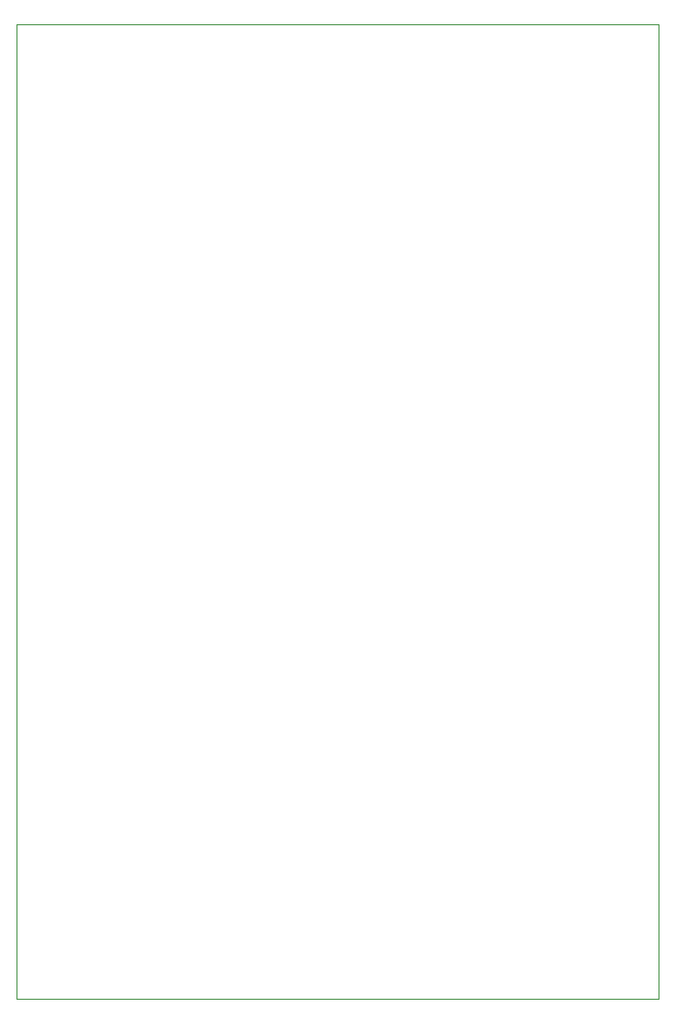
<source format=gm1>
G04 #@! TF.GenerationSoftware,KiCad,Pcbnew,7.0.5*
G04 #@! TF.CreationDate,2023-10-09T12:46:36-04:00*
G04 #@! TF.ProjectId,alex_proposal_box,616c6578-5f70-4726-9f70-6f73616c5f62,rev?*
G04 #@! TF.SameCoordinates,Original*
G04 #@! TF.FileFunction,Profile,NP*
%FSLAX46Y46*%
G04 Gerber Fmt 4.6, Leading zero omitted, Abs format (unit mm)*
G04 Created by KiCad (PCBNEW 7.0.5) date 2023-10-09 12:46:36*
%MOMM*%
%LPD*%
G01*
G04 APERTURE LIST*
G04 #@! TA.AperFunction,Profile*
%ADD10C,0.100000*%
G04 #@! TD*
G04 APERTURE END LIST*
D10*
X92000000Y-49000000D02*
X148000000Y-49000000D01*
X148000000Y-134000000D01*
X92000000Y-134000000D01*
X92000000Y-49000000D01*
M02*

</source>
